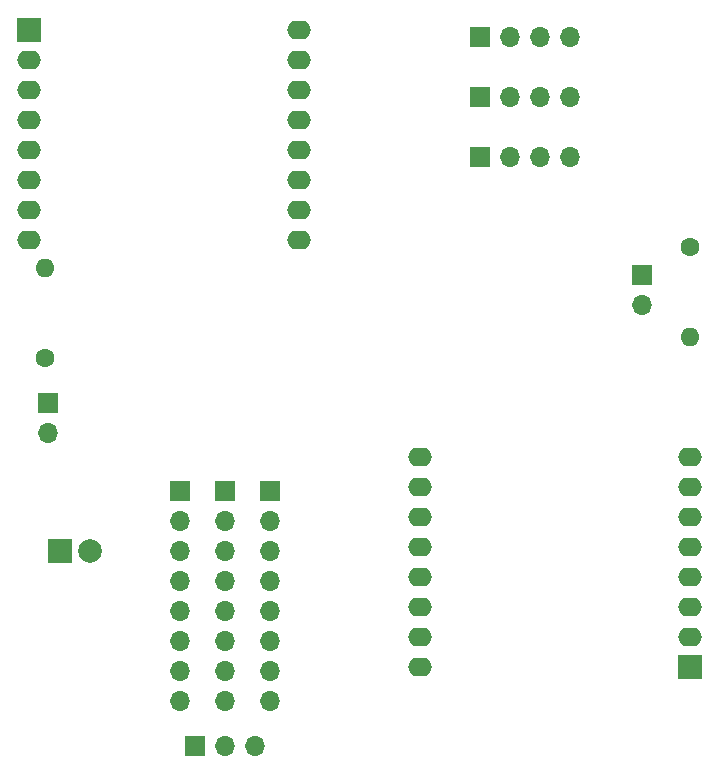
<source format=gbr>
%TF.GenerationSoftware,KiCad,Pcbnew,8.0.5*%
%TF.CreationDate,2024-11-16T12:50:28+01:00*%
%TF.ProjectId,esp8266-expansion-board,65737038-3236-4362-9d65-7870616e7369,rev?*%
%TF.SameCoordinates,Original*%
%TF.FileFunction,Soldermask,Top*%
%TF.FilePolarity,Negative*%
%FSLAX46Y46*%
G04 Gerber Fmt 4.6, Leading zero omitted, Abs format (unit mm)*
G04 Created by KiCad (PCBNEW 8.0.5) date 2024-11-16 12:50:28*
%MOMM*%
%LPD*%
G01*
G04 APERTURE LIST*
%ADD10R,1.700000X1.700000*%
%ADD11O,1.700000X1.700000*%
%ADD12R,2.000000X2.000000*%
%ADD13C,2.000000*%
%ADD14C,1.600000*%
%ADD15O,1.600000X1.600000*%
%ADD16O,2.000000X1.600000*%
G04 APERTURE END LIST*
D10*
%TO.C,J2*%
X41910000Y-95250000D03*
D11*
X44450000Y-95250000D03*
X46990000Y-95250000D03*
%TD*%
D10*
%TO.C,J9*%
X66040000Y-40293187D03*
D11*
X68580000Y-40293187D03*
X71120000Y-40293187D03*
X73660000Y-40293187D03*
%TD*%
D12*
%TO.C,J1*%
X30480000Y-78740000D03*
D13*
X33020000Y-78740000D03*
%TD*%
D11*
%TO.C,J5*%
X40640000Y-91440000D03*
X40640000Y-88900000D03*
X40640000Y-86360000D03*
X40640000Y-83820000D03*
X40640000Y-81280000D03*
X40640000Y-78740000D03*
X40640000Y-76200000D03*
D10*
X40640000Y-73660000D03*
%TD*%
%TO.C,J8*%
X66040000Y-45373187D03*
D11*
X68580000Y-45373187D03*
X71120000Y-45373187D03*
X73660000Y-45373187D03*
%TD*%
%TO.C,J4*%
X44450000Y-91440000D03*
X44450000Y-88900000D03*
X44450000Y-86360000D03*
X44450000Y-83820000D03*
X44450000Y-81280000D03*
X44450000Y-78740000D03*
X44450000Y-76200000D03*
D10*
X44450000Y-73660000D03*
%TD*%
%TO.C,J7*%
X79751775Y-55367942D03*
D11*
X79751775Y-57907942D03*
%TD*%
D14*
%TO.C,R2*%
X83820000Y-52993187D03*
D15*
X83820000Y-60613187D03*
%TD*%
D11*
%TO.C,J3*%
X48260000Y-91440000D03*
X48260000Y-88900000D03*
X48260000Y-86360000D03*
X48260000Y-83820000D03*
X48260000Y-81280000D03*
X48260000Y-78740000D03*
X48260000Y-76200000D03*
D10*
X48260000Y-73660000D03*
%TD*%
%TO.C,J10*%
X66040000Y-35213187D03*
D11*
X68580000Y-35213187D03*
X71120000Y-35213187D03*
X73660000Y-35213187D03*
%TD*%
D12*
%TO.C,U2*%
X83820000Y-88553187D03*
D16*
X83820000Y-86013187D03*
X83820000Y-83473187D03*
X83820000Y-80933187D03*
X83820000Y-78393187D03*
X83820000Y-75853187D03*
X83820000Y-73313187D03*
X83820000Y-70773187D03*
X60960000Y-70773187D03*
X60960000Y-73313187D03*
X60960000Y-75853187D03*
X60960000Y-78393187D03*
X60960000Y-80933187D03*
X60960000Y-83473187D03*
X60960000Y-86013187D03*
X60960000Y-88553187D03*
%TD*%
%TO.C,U1*%
X50714850Y-34593478D03*
X50714850Y-37133478D03*
X50714850Y-39673478D03*
X50714850Y-42213478D03*
X50714850Y-44753478D03*
X50714850Y-47293478D03*
X50714850Y-49833478D03*
X50714850Y-52373478D03*
X27854850Y-52373478D03*
X27854850Y-49833478D03*
X27854850Y-47293478D03*
X27854850Y-44753478D03*
X27854850Y-42213478D03*
X27854850Y-39673478D03*
X27854850Y-37133478D03*
D12*
X27854850Y-34593478D03*
%TD*%
D14*
%TO.C,R1*%
X29178085Y-62350192D03*
D15*
X29178085Y-54730192D03*
%TD*%
D10*
%TO.C,J6*%
X29455323Y-66127646D03*
D11*
X29455323Y-68667646D03*
%TD*%
M02*

</source>
